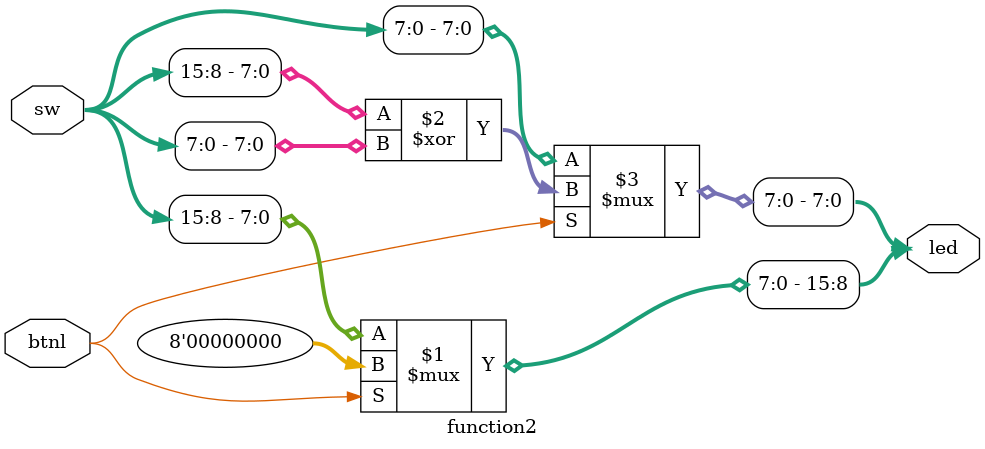
<source format=sv>
module function2(
   input logic[15:0] sw,
   input logic btnl,
   output logic[15:0] led
);

assign led[15:8] = btnl ? 8'h00 : sw[15:8];
assign led[7:0] = btnl ? sw[15:8]^sw[7:0] : sw[7:0];

endmodule

</source>
